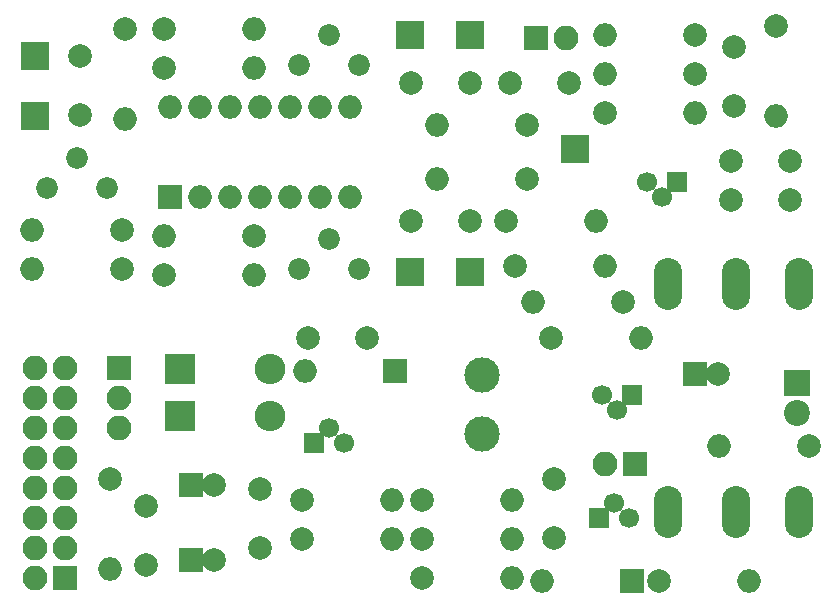
<source format=gbs>
G04 #@! TF.GenerationSoftware,KiCad,Pcbnew,(5.0.0-3-g5ebb6b6)*
G04 #@! TF.CreationDate,2019-04-25T20:00:05+02:00*
G04 #@! TF.ProjectId,metallic_beat,6D6574616C6C69635F626561742E6B69,rev?*
G04 #@! TF.SameCoordinates,Original*
G04 #@! TF.FileFunction,Soldermask,Bot*
G04 #@! TF.FilePolarity,Negative*
%FSLAX46Y46*%
G04 Gerber Fmt 4.6, Leading zero omitted, Abs format (unit mm)*
G04 Created by KiCad (PCBNEW (5.0.0-3-g5ebb6b6)) date Thursday 25 April 2019 20:00:05*
%MOMM*%
%LPD*%
G01*
G04 APERTURE LIST*
%ADD10C,2.000000*%
%ADD11R,2.000000X2.000000*%
%ADD12O,2.000000X2.000000*%
%ADD13R,2.200000X2.200000*%
%ADD14C,2.200000*%
%ADD15O,2.400000X4.400000*%
%ADD16R,2.100000X2.100000*%
%ADD17O,2.100000X2.100000*%
%ADD18C,3.000000*%
%ADD19C,1.840000*%
%ADD20R,2.400000X2.400000*%
%ADD21R,1.700000X1.700000*%
%ADD22C,1.700000*%
%ADD23R,2.600000X2.600000*%
%ADD24O,2.600000X2.600000*%
G04 APERTURE END LIST*
D10*
G04 #@! TO.C,C1*
X114808000Y-65786000D03*
X114808000Y-70786000D03*
G04 #@! TD*
G04 #@! TO.C,C2*
X142828000Y-79756000D03*
X147828000Y-79756000D03*
G04 #@! TD*
G04 #@! TO.C,C3*
X147828000Y-68072000D03*
X142828000Y-68072000D03*
G04 #@! TD*
G04 #@! TO.C,C4*
X154940000Y-106600000D03*
X154940000Y-101600000D03*
G04 #@! TD*
G04 #@! TO.C,C5*
X139112000Y-89662000D03*
X134112000Y-89662000D03*
G04 #@! TD*
G04 #@! TO.C,C6*
X156210000Y-68072000D03*
X151210000Y-68072000D03*
G04 #@! TD*
G04 #@! TO.C,C7*
X170180000Y-70024000D03*
X170180000Y-65024000D03*
G04 #@! TD*
G04 #@! TO.C,C8*
X169926000Y-74676000D03*
X174926000Y-74676000D03*
G04 #@! TD*
G04 #@! TO.C,C9*
X120396000Y-103886000D03*
X120396000Y-108886000D03*
G04 #@! TD*
D11*
G04 #@! TO.C,C10*
X124206000Y-108458000D03*
D10*
X126206000Y-108458000D03*
G04 #@! TD*
G04 #@! TO.C,C11*
X174926000Y-77978000D03*
X169926000Y-77978000D03*
G04 #@! TD*
D11*
G04 #@! TO.C,C12*
X166878000Y-92710000D03*
D10*
X168878000Y-92710000D03*
G04 #@! TD*
G04 #@! TO.C,C13*
X126206000Y-102108000D03*
D11*
X124206000Y-102108000D03*
G04 #@! TD*
D10*
G04 #@! TO.C,C14*
X130048000Y-107442000D03*
X130048000Y-102442000D03*
G04 #@! TD*
D11*
G04 #@! TO.C,D1*
X161544000Y-110236000D03*
D12*
X153924000Y-110236000D03*
G04 #@! TD*
G04 #@! TO.C,D2*
X133858000Y-92456000D03*
D11*
X141478000Y-92456000D03*
G04 #@! TD*
D13*
G04 #@! TO.C,D3*
X175514000Y-93472000D03*
D14*
X175514000Y-96012000D03*
G04 #@! TD*
D15*
G04 #@! TO.C,J1*
X164600000Y-104394000D03*
X170400000Y-104394000D03*
X175700000Y-104394000D03*
G04 #@! TD*
G04 #@! TO.C,J2*
X175700000Y-85090000D03*
X170400000Y-85090000D03*
X164600000Y-85090000D03*
G04 #@! TD*
D16*
G04 #@! TO.C,J3*
X113538000Y-109982000D03*
D17*
X110998000Y-109982000D03*
X113538000Y-107442000D03*
X110998000Y-107442000D03*
X113538000Y-104902000D03*
X110998000Y-104902000D03*
X113538000Y-102362000D03*
X110998000Y-102362000D03*
X113538000Y-99822000D03*
X110998000Y-99822000D03*
X113538000Y-97282000D03*
X110998000Y-97282000D03*
X113538000Y-94742000D03*
X110998000Y-94742000D03*
X113538000Y-92202000D03*
X110998000Y-92202000D03*
G04 #@! TD*
D16*
G04 #@! TO.C,JP1*
X161798000Y-100330000D03*
D17*
X159258000Y-100330000D03*
G04 #@! TD*
D16*
G04 #@! TO.C,JP2*
X118110000Y-92202000D03*
D17*
X118110000Y-94742000D03*
X118110000Y-97282000D03*
G04 #@! TD*
D18*
G04 #@! TO.C,L1*
X148844000Y-97790000D03*
X148844000Y-92790000D03*
G04 #@! TD*
D12*
G04 #@! TO.C,R1*
X110744000Y-83820000D03*
D10*
X118364000Y-83820000D03*
G04 #@! TD*
D12*
G04 #@! TO.C,R2*
X121920000Y-81026000D03*
D10*
X129540000Y-81026000D03*
G04 #@! TD*
G04 #@! TO.C,R3*
X121920000Y-63500000D03*
D12*
X129540000Y-63500000D03*
G04 #@! TD*
D10*
G04 #@! TO.C,R4*
X163830000Y-110236000D03*
D12*
X171450000Y-110236000D03*
G04 #@! TD*
D10*
G04 #@! TO.C,R8*
X143764000Y-109982000D03*
D12*
X151384000Y-109982000D03*
G04 #@! TD*
D10*
G04 #@! TO.C,R9*
X118364000Y-80518000D03*
D12*
X110744000Y-80518000D03*
G04 #@! TD*
G04 #@! TO.C,R10*
X129540000Y-84328000D03*
D10*
X121920000Y-84328000D03*
G04 #@! TD*
G04 #@! TO.C,R11*
X121920000Y-66802000D03*
D12*
X129540000Y-66802000D03*
G04 #@! TD*
G04 #@! TO.C,R12*
X151384000Y-106680000D03*
D10*
X143764000Y-106680000D03*
G04 #@! TD*
D12*
G04 #@! TO.C,R13*
X151384000Y-103378000D03*
D10*
X143764000Y-103378000D03*
G04 #@! TD*
G04 #@! TO.C,R14*
X133604000Y-106680000D03*
D12*
X141224000Y-106680000D03*
G04 #@! TD*
D10*
G04 #@! TO.C,R15*
X133604000Y-103378000D03*
D12*
X141224000Y-103378000D03*
G04 #@! TD*
G04 #@! TO.C,R16*
X118618000Y-71120000D03*
D10*
X118618000Y-63500000D03*
G04 #@! TD*
G04 #@! TO.C,R17*
X152654000Y-76200000D03*
D12*
X145034000Y-76200000D03*
G04 #@! TD*
D10*
G04 #@! TO.C,R18*
X152654000Y-71628000D03*
D12*
X145034000Y-71628000D03*
G04 #@! TD*
G04 #@! TO.C,R19*
X158496000Y-79756000D03*
D10*
X150876000Y-79756000D03*
G04 #@! TD*
D12*
G04 #@! TO.C,R20*
X166878000Y-70612000D03*
D10*
X159258000Y-70612000D03*
G04 #@! TD*
D12*
G04 #@! TO.C,R21*
X159258000Y-67310000D03*
D10*
X166878000Y-67310000D03*
G04 #@! TD*
D12*
G04 #@! TO.C,R22*
X159258000Y-64008000D03*
D10*
X166878000Y-64008000D03*
G04 #@! TD*
G04 #@! TO.C,R23*
X173736000Y-63246000D03*
D12*
X173736000Y-70866000D03*
G04 #@! TD*
D10*
G04 #@! TO.C,R24*
X154686000Y-89662000D03*
D12*
X162306000Y-89662000D03*
G04 #@! TD*
G04 #@! TO.C,R25*
X153162000Y-86614000D03*
D10*
X160782000Y-86614000D03*
G04 #@! TD*
D12*
G04 #@! TO.C,R26*
X159258000Y-83566000D03*
D10*
X151638000Y-83566000D03*
G04 #@! TD*
G04 #@! TO.C,R27*
X117348000Y-101600000D03*
D12*
X117348000Y-109220000D03*
G04 #@! TD*
D10*
G04 #@! TO.C,R28*
X176530000Y-98806000D03*
D12*
X168910000Y-98806000D03*
G04 #@! TD*
D19*
G04 #@! TO.C,RV1*
X112014000Y-76962000D03*
X114554000Y-74422000D03*
X117094000Y-76962000D03*
G04 #@! TD*
G04 #@! TO.C,RV2*
X138430000Y-83820000D03*
X135890000Y-81280000D03*
X133350000Y-83820000D03*
G04 #@! TD*
G04 #@! TO.C,RV3*
X138430000Y-66548000D03*
X135890000Y-64008000D03*
X133350000Y-66548000D03*
G04 #@! TD*
D20*
G04 #@! TO.C,TP1*
X110998000Y-70866000D03*
G04 #@! TD*
G04 #@! TO.C,TP2*
X142748000Y-84074000D03*
G04 #@! TD*
G04 #@! TO.C,TP3*
X142748000Y-64008000D03*
G04 #@! TD*
G04 #@! TO.C,TP4*
X110998000Y-65786000D03*
G04 #@! TD*
G04 #@! TO.C,TP5*
X147828000Y-84074000D03*
G04 #@! TD*
G04 #@! TO.C,TP6*
X147828000Y-64008000D03*
G04 #@! TD*
G04 #@! TO.C,TP7*
X156718000Y-73660000D03*
G04 #@! TD*
D11*
G04 #@! TO.C,U1*
X122428000Y-77724000D03*
D12*
X137668000Y-70104000D03*
X124968000Y-77724000D03*
X135128000Y-70104000D03*
X127508000Y-77724000D03*
X132588000Y-70104000D03*
X130048000Y-77724000D03*
X130048000Y-70104000D03*
X132588000Y-77724000D03*
X127508000Y-70104000D03*
X135128000Y-77724000D03*
X124968000Y-70104000D03*
X137668000Y-77724000D03*
X122428000Y-70104000D03*
G04 #@! TD*
D21*
G04 #@! TO.C,Q1*
X158750000Y-104902000D03*
D22*
X161290000Y-104902000D03*
X160030000Y-103632000D03*
G04 #@! TD*
D21*
G04 #@! TO.C,Q2*
X134620000Y-98552000D03*
D22*
X137160000Y-98552000D03*
X135900000Y-97282000D03*
G04 #@! TD*
G04 #@! TO.C,Q3*
X164074000Y-77724000D03*
X162814000Y-76454000D03*
D21*
X165354000Y-76454000D03*
G04 #@! TD*
D22*
G04 #@! TO.C,Q4*
X160264000Y-95758000D03*
X159004000Y-94488000D03*
D21*
X161544000Y-94488000D03*
G04 #@! TD*
D23*
G04 #@! TO.C,D4*
X123295001Y-92303001D03*
D24*
X130915001Y-92303001D03*
G04 #@! TD*
G04 #@! TO.C,D5*
X130915001Y-96266000D03*
D23*
X123295001Y-96266000D03*
G04 #@! TD*
D16*
G04 #@! TO.C,JP3*
X153416000Y-64262000D03*
D17*
X155956000Y-64262000D03*
G04 #@! TD*
M02*

</source>
